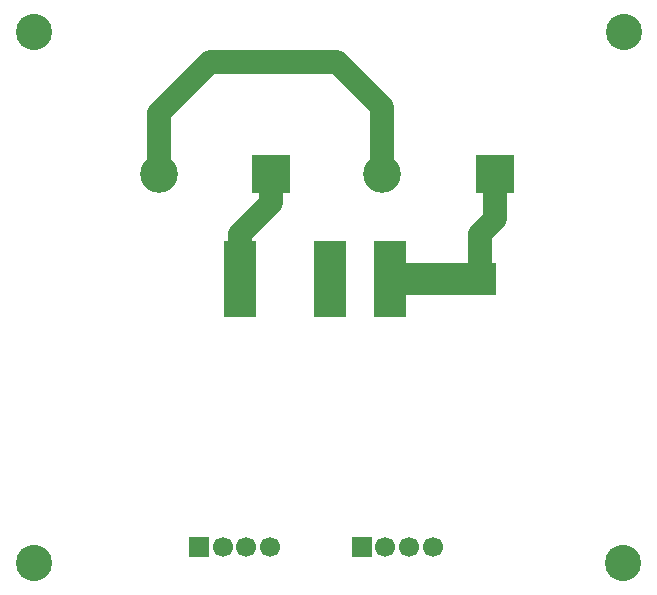
<source format=gbs>
G04 #@! TF.GenerationSoftware,KiCad,Pcbnew,(5.1.6)-1*
G04 #@! TF.CreationDate,2021-02-15T16:03:40+00:00*
G04 #@! TF.ProjectId,DC_Power_Monitor,44435f50-6f77-4657-925f-4d6f6e69746f,rev?*
G04 #@! TF.SameCoordinates,PX2455c20PY82ce540*
G04 #@! TF.FileFunction,Soldermask,Bot*
G04 #@! TF.FilePolarity,Negative*
%FSLAX46Y46*%
G04 Gerber Fmt 4.6, Leading zero omitted, Abs format (unit mm)*
G04 Created by KiCad (PCBNEW (5.1.6)-1) date 2021-02-15 16:03:40*
%MOMM*%
%LPD*%
G01*
G04 APERTURE LIST*
%ADD10C,2.000000*%
%ADD11C,1.700000*%
%ADD12R,1.700000X1.700000*%
%ADD13R,3.200000X3.200000*%
%ADD14C,3.200000*%
%ADD15R,2.740000X6.550000*%
%ADD16R,2.740000X2.740000*%
%ADD17C,3.064946*%
G04 APERTURE END LIST*
D10*
X20790000Y31515000D02*
X20790000Y35325000D01*
X23457000Y37992000D02*
X23457000Y40405000D01*
X20790000Y35325000D02*
X23457000Y37992000D01*
X13932000Y45612000D02*
X18250000Y49930000D01*
X18250000Y49930000D02*
X29045000Y49930000D01*
X32855000Y46120000D02*
X32855000Y40405000D01*
X29045000Y49930000D02*
X32855000Y46120000D01*
X13932000Y40405000D02*
X13932000Y45612000D01*
X42380000Y36595000D02*
X42380000Y40405000D01*
X41110000Y35325000D02*
X42380000Y36595000D01*
X41110000Y31515000D02*
X41110000Y35325000D01*
D11*
X23330000Y8861000D03*
X21330000Y8861000D03*
X19330000Y8861000D03*
D12*
X17330000Y8861000D03*
D13*
X23457000Y40405000D03*
D14*
X13932000Y40405000D03*
D13*
X42380000Y40405000D03*
D14*
X32855000Y40405000D03*
D15*
X28410000Y31515000D03*
D16*
X38570000Y31515000D03*
X36030000Y31515000D03*
D15*
X33490000Y31515000D03*
D16*
X41110000Y31515000D03*
D15*
X20790000Y31515000D03*
D17*
X3346451Y52434464D03*
X53296451Y52484464D03*
X53246452Y7534468D03*
X3346451Y7534464D03*
D11*
X37125000Y8861000D03*
X35125000Y8861000D03*
X33125000Y8861000D03*
D12*
X31125000Y8861000D03*
M02*

</source>
